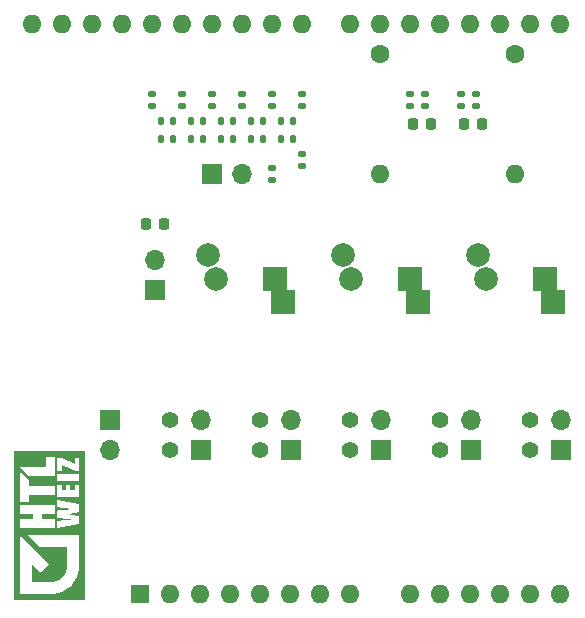
<source format=gbr>
%TF.GenerationSoftware,KiCad,Pcbnew,(6.0.11)*%
%TF.CreationDate,2023-02-17T00:37:41+01:00*%
%TF.ProjectId,dac-shield,6461632d-7368-4696-956c-642e6b696361,rev.0*%
%TF.SameCoordinates,Original*%
%TF.FileFunction,Soldermask,Top*%
%TF.FilePolarity,Negative*%
%FSLAX46Y46*%
G04 Gerber Fmt 4.6, Leading zero omitted, Abs format (unit mm)*
G04 Created by KiCad (PCBNEW (6.0.11)) date 2023-02-17 00:37:41*
%MOMM*%
%LPD*%
G01*
G04 APERTURE LIST*
G04 Aperture macros list*
%AMRoundRect*
0 Rectangle with rounded corners*
0 $1 Rounding radius*
0 $2 $3 $4 $5 $6 $7 $8 $9 X,Y pos of 4 corners*
0 Add a 4 corners polygon primitive as box body*
4,1,4,$2,$3,$4,$5,$6,$7,$8,$9,$2,$3,0*
0 Add four circle primitives for the rounded corners*
1,1,$1+$1,$2,$3*
1,1,$1+$1,$4,$5*
1,1,$1+$1,$6,$7*
1,1,$1+$1,$8,$9*
0 Add four rect primitives between the rounded corners*
20,1,$1+$1,$2,$3,$4,$5,0*
20,1,$1+$1,$4,$5,$6,$7,0*
20,1,$1+$1,$6,$7,$8,$9,0*
20,1,$1+$1,$8,$9,$2,$3,0*%
G04 Aperture macros list end*
%ADD10C,1.400000*%
%ADD11RoundRect,0.135000X0.135000X0.185000X-0.135000X0.185000X-0.135000X-0.185000X0.135000X-0.185000X0*%
%ADD12R,1.700000X1.700000*%
%ADD13O,1.700000X1.700000*%
%ADD14RoundRect,0.135000X-0.185000X0.135000X-0.185000X-0.135000X0.185000X-0.135000X0.185000X0.135000X0*%
%ADD15R,2.000000X2.000000*%
%ADD16C,2.000000*%
%ADD17RoundRect,0.225000X-0.225000X-0.250000X0.225000X-0.250000X0.225000X0.250000X-0.225000X0.250000X0*%
%ADD18C,1.600000*%
%ADD19O,1.600000X1.600000*%
%ADD20RoundRect,0.225000X0.225000X0.250000X-0.225000X0.250000X-0.225000X-0.250000X0.225000X-0.250000X0*%
%ADD21R,1.600000X1.600000*%
G04 APERTURE END LIST*
%TO.C,REF\u002A\u002A*%
G36*
X111252000Y-114902051D02*
G01*
X117252150Y-114902051D01*
X117252150Y-127508000D01*
X111252000Y-127508000D01*
X111252000Y-127007771D01*
X111757409Y-127007771D01*
X114353114Y-127007741D01*
X114476689Y-127004465D01*
X114598627Y-126995059D01*
X114718778Y-126979673D01*
X114836991Y-126958456D01*
X114953118Y-126931558D01*
X115067008Y-126899130D01*
X115178511Y-126861321D01*
X115287477Y-126818281D01*
X115393757Y-126770160D01*
X115497200Y-126717107D01*
X115597657Y-126659274D01*
X115694978Y-126596809D01*
X115789012Y-126529863D01*
X115879611Y-126458586D01*
X115966623Y-126383127D01*
X116049900Y-126303636D01*
X116129291Y-126220264D01*
X116204646Y-126133160D01*
X116275816Y-126042474D01*
X116342650Y-125948356D01*
X116404999Y-125850957D01*
X116462713Y-125750425D01*
X116515641Y-125646911D01*
X116563635Y-125540565D01*
X116606543Y-125431536D01*
X116644217Y-125319975D01*
X116676506Y-125206032D01*
X116703261Y-125089856D01*
X116724331Y-124971597D01*
X116739566Y-124851406D01*
X116748818Y-124729431D01*
X116751935Y-124605824D01*
X116751935Y-122013219D01*
X112434886Y-122013219D01*
X112432286Y-122015820D01*
X113446177Y-123029194D01*
X115741645Y-123029194D01*
X115741645Y-124607907D01*
X115739835Y-124679567D01*
X115734465Y-124750278D01*
X115725622Y-124819953D01*
X115713392Y-124888506D01*
X115697863Y-124955848D01*
X115679122Y-125021893D01*
X115657256Y-125086555D01*
X115632352Y-125149746D01*
X115604499Y-125211379D01*
X115573781Y-125271368D01*
X115540288Y-125329625D01*
X115504105Y-125386064D01*
X115465321Y-125440597D01*
X115424022Y-125493138D01*
X115380295Y-125543599D01*
X115334229Y-125591894D01*
X115285908Y-125637935D01*
X115235422Y-125681637D01*
X115182857Y-125722911D01*
X115128301Y-125761671D01*
X115071840Y-125797830D01*
X115013561Y-125831300D01*
X114953553Y-125861996D01*
X114891901Y-125889830D01*
X114828693Y-125914715D01*
X114764017Y-125936564D01*
X114697959Y-125955290D01*
X114630607Y-125970807D01*
X114562047Y-125983026D01*
X114492368Y-125991862D01*
X114421656Y-125997228D01*
X114349997Y-125999035D01*
X112769732Y-125999035D01*
X112769732Y-124451329D01*
X112772332Y-124448231D01*
X113551097Y-125219761D01*
X114255446Y-124514378D01*
X112770783Y-123028164D01*
X111757409Y-122013241D01*
X111757409Y-127007771D01*
X111252000Y-127007771D01*
X111252000Y-119501256D01*
X111751710Y-119501256D01*
X111751710Y-120263486D01*
X112831231Y-120263486D01*
X112831231Y-120690846D01*
X111751710Y-120690846D01*
X111751710Y-121456174D01*
X114709668Y-121456174D01*
X114709668Y-121389508D01*
X114932923Y-121389508D01*
X116746250Y-121130612D01*
X116746250Y-120413342D01*
X116147389Y-120309703D01*
X115940530Y-120275151D01*
X115795404Y-120252110D01*
X115926843Y-120232774D01*
X116054690Y-120212701D01*
X116178944Y-120191892D01*
X116299602Y-120170351D01*
X116416664Y-120148080D01*
X116530127Y-120125084D01*
X116639990Y-120101364D01*
X116746250Y-120076924D01*
X116746250Y-119355519D01*
X116746249Y-119355519D01*
X114932924Y-119097653D01*
X114932924Y-119659375D01*
X115090769Y-119686390D01*
X115249548Y-119711441D01*
X115409250Y-119734530D01*
X115569864Y-119755658D01*
X115731380Y-119774828D01*
X115893784Y-119792041D01*
X116057068Y-119807300D01*
X116221218Y-119820607D01*
X115531336Y-119884686D01*
X115299454Y-119907803D01*
X115122375Y-119926001D01*
X115000174Y-119939304D01*
X114932923Y-119947735D01*
X114932923Y-120548215D01*
X115120684Y-120578680D01*
X115299250Y-120606130D01*
X115468616Y-120630573D01*
X115628778Y-120652014D01*
X115779732Y-120670461D01*
X115921471Y-120685919D01*
X116053993Y-120698396D01*
X116177292Y-120707898D01*
X115565443Y-120766804D01*
X114932923Y-120827786D01*
X114932923Y-121389508D01*
X114709668Y-121389508D01*
X114709668Y-120690846D01*
X113662703Y-120690846D01*
X113662703Y-120263486D01*
X114709668Y-120263486D01*
X114709668Y-119501256D01*
X111751710Y-119501256D01*
X111252000Y-119501256D01*
X111252000Y-116568104D01*
X111751710Y-116568104D01*
X111751710Y-119253209D01*
X112548043Y-119253216D01*
X112548043Y-118829457D01*
X114932923Y-118829457D01*
X116746249Y-118829457D01*
X116746249Y-117801098D01*
X116383481Y-117801098D01*
X116383481Y-118251202D01*
X115984539Y-118251202D01*
X115984539Y-117801098D01*
X115639857Y-117801098D01*
X115639857Y-118251202D01*
X115295692Y-118251202D01*
X115295692Y-117801098D01*
X114932923Y-117801098D01*
X114932923Y-118829457D01*
X112548043Y-118829457D01*
X112548043Y-118636197D01*
X114709668Y-118636197D01*
X114709668Y-117873967D01*
X112548043Y-117873967D01*
X112548043Y-117456929D01*
X114932923Y-117456929D01*
X116746249Y-117456929D01*
X116746249Y-116878667D01*
X114932923Y-116878667D01*
X114932923Y-117456929D01*
X112548043Y-117456929D01*
X112548043Y-117376324D01*
X111751710Y-116568104D01*
X111252000Y-116568104D01*
X111252000Y-116279225D01*
X111803399Y-116279225D01*
X112565627Y-117041455D01*
X114709681Y-117041455D01*
X114709681Y-116567059D01*
X114932923Y-116567059D01*
X115295692Y-116567059D01*
X115295692Y-116109723D01*
X116483216Y-116614087D01*
X116746249Y-116614087D01*
X116746249Y-115488576D01*
X116383481Y-115488576D01*
X116383481Y-115981053D01*
X115295692Y-115488576D01*
X114932923Y-115488576D01*
X114932923Y-116567059D01*
X114709681Y-116567059D01*
X114709681Y-115401761D01*
X113986211Y-115401761D01*
X113986211Y-116279225D01*
X111803399Y-116279225D01*
X111252000Y-116279225D01*
X111252000Y-114902051D01*
G37*
%TD*%
D10*
%TO.C,TP5*%
X154940000Y-114808000D03*
X154940000Y-112268000D03*
%TD*%
%TO.C,TP4*%
X147320000Y-112268000D03*
X147320000Y-114808000D03*
%TD*%
%TO.C,TP3*%
X139700000Y-114808000D03*
X139700000Y-112268000D03*
%TD*%
%TO.C,TP2*%
X132080000Y-114808000D03*
X132080000Y-112268000D03*
%TD*%
%TO.C,TP1*%
X124460000Y-114808000D03*
X124460000Y-112268000D03*
%TD*%
D11*
%TO.C,R23*%
X124716000Y-88464000D03*
X123696000Y-88464000D03*
%TD*%
D12*
%TO.C,J3*%
X142360000Y-114808000D03*
D13*
X142360000Y-112268000D03*
%TD*%
D14*
%TO.C,R4*%
X135636000Y-84654000D03*
X135636000Y-85674000D03*
%TD*%
%TO.C,R18*%
X128016000Y-84654000D03*
X128016000Y-85674000D03*
%TD*%
D15*
%TO.C,C6*%
X133367602Y-100330000D03*
X134039746Y-102330000D03*
D16*
X128367602Y-100330000D03*
X127695458Y-98330000D03*
%TD*%
D11*
%TO.C,R13*%
X129796000Y-88464000D03*
X128776000Y-88464000D03*
%TD*%
D17*
%TO.C,C1*%
X149339000Y-87194000D03*
X150889000Y-87194000D03*
%TD*%
D12*
%TO.C,J4*%
X128011000Y-91440000D03*
D13*
X130551000Y-91440000D03*
%TD*%
D11*
%TO.C,R22*%
X124716000Y-86940000D03*
X123696000Y-86940000D03*
%TD*%
D12*
%TO.C,J5*%
X134740000Y-114808000D03*
D13*
X134740000Y-112268000D03*
%TD*%
D14*
%TO.C,R8*%
X133096000Y-84654000D03*
X133096000Y-85674000D03*
%TD*%
D11*
%TO.C,R19*%
X127256000Y-86940000D03*
X126236000Y-86940000D03*
%TD*%
%TO.C,R20*%
X127256000Y-88464000D03*
X126236000Y-88464000D03*
%TD*%
D14*
%TO.C,R14*%
X133096000Y-90930000D03*
X133096000Y-91950000D03*
%TD*%
%TO.C,R11*%
X130556000Y-84654000D03*
X130556000Y-85674000D03*
%TD*%
D18*
%TO.C,R1*%
X153670000Y-81280000D03*
D19*
X153670000Y-91440000D03*
%TD*%
D14*
%TO.C,R21*%
X125476000Y-84654000D03*
X125476000Y-85674000D03*
%TD*%
D12*
%TO.C,J6*%
X123207602Y-101279000D03*
D13*
X123207602Y-98739000D03*
%TD*%
D12*
%TO.C,J7*%
X127120000Y-114808000D03*
D13*
X127120000Y-112268000D03*
%TD*%
D11*
%TO.C,R7*%
X134878000Y-88464000D03*
X133858000Y-88464000D03*
%TD*%
D18*
%TO.C,R15*%
X142240000Y-81280000D03*
D19*
X142240000Y-91440000D03*
%TD*%
D14*
%TO.C,R3*%
X150368000Y-84652000D03*
X150368000Y-85672000D03*
%TD*%
%TO.C,R17*%
X144780000Y-84652000D03*
X144780000Y-85672000D03*
%TD*%
%TO.C,R5*%
X135636000Y-89732000D03*
X135636000Y-90752000D03*
%TD*%
D15*
%TO.C,C4*%
X145469746Y-102330000D03*
X144797602Y-100330000D03*
D16*
X139797602Y-100330000D03*
X139125458Y-98330000D03*
%TD*%
D11*
%TO.C,R9*%
X132336000Y-86940000D03*
X131316000Y-86940000D03*
%TD*%
%TO.C,R10*%
X132336000Y-88464000D03*
X131316000Y-88464000D03*
%TD*%
D14*
%TO.C,R24*%
X122936000Y-84654000D03*
X122936000Y-85674000D03*
%TD*%
D20*
%TO.C,C3*%
X146571000Y-87194000D03*
X145021000Y-87194000D03*
%TD*%
D17*
%TO.C,C5*%
X122432602Y-95686000D03*
X123982602Y-95686000D03*
%TD*%
D14*
%TO.C,R2*%
X149098000Y-84652000D03*
X149098000Y-85672000D03*
%TD*%
D12*
%TO.C,J2*%
X149980000Y-114808000D03*
D13*
X149980000Y-112268000D03*
%TD*%
D12*
%TO.C,J1*%
X157600000Y-114808000D03*
D13*
X157600000Y-112268000D03*
%TD*%
D14*
%TO.C,R16*%
X146050000Y-84652000D03*
X146050000Y-85672000D03*
%TD*%
D15*
%TO.C,C2*%
X156227602Y-100330000D03*
X156899746Y-102330000D03*
D16*
X150555458Y-98330000D03*
X151227602Y-100330000D03*
%TD*%
D11*
%TO.C,R12*%
X129796000Y-86940000D03*
X128776000Y-86940000D03*
%TD*%
%TO.C,R6*%
X134876000Y-86940000D03*
X133856000Y-86940000D03*
%TD*%
D12*
%TO.C,J8*%
X119380000Y-112268000D03*
D13*
X119380000Y-114808000D03*
%TD*%
D21*
%TO.C,A1*%
X121920000Y-127000000D03*
D19*
X124460000Y-127000000D03*
X127000000Y-127000000D03*
X129540000Y-127000000D03*
X132080000Y-127000000D03*
X134620000Y-127000000D03*
X137160000Y-127000000D03*
X139700000Y-127000000D03*
X144780000Y-127000000D03*
X147320000Y-127000000D03*
X149860000Y-127000000D03*
X152400000Y-127000000D03*
X154940000Y-127000000D03*
X157480000Y-127000000D03*
X157480000Y-78740000D03*
X154940000Y-78740000D03*
X152400000Y-78740000D03*
X149860000Y-78740000D03*
X147320000Y-78740000D03*
X144780000Y-78740000D03*
X142240000Y-78740000D03*
X139700000Y-78740000D03*
X135640000Y-78740000D03*
X133100000Y-78740000D03*
X130560000Y-78740000D03*
X128020000Y-78740000D03*
X125480000Y-78740000D03*
X122940000Y-78740000D03*
X120400000Y-78740000D03*
X117860000Y-78740000D03*
X115320000Y-78740000D03*
X112780000Y-78740000D03*
%TD*%
M02*

</source>
